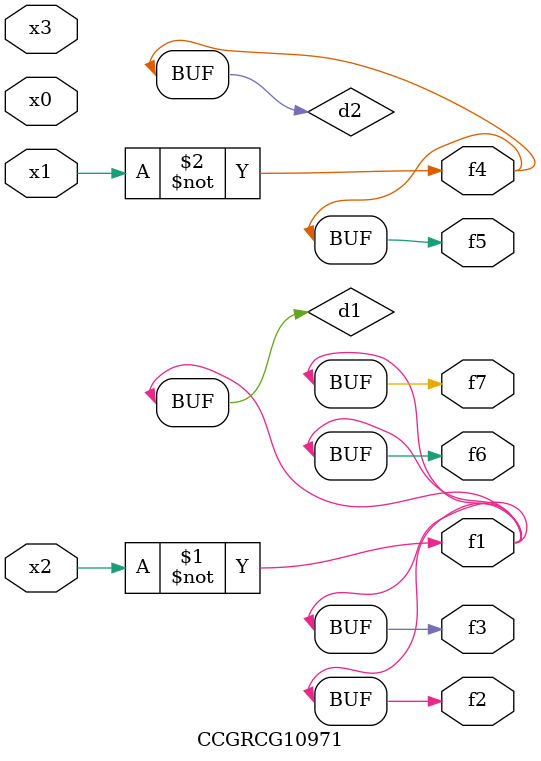
<source format=v>
module CCGRCG10971(
	input x0, x1, x2, x3,
	output f1, f2, f3, f4, f5, f6, f7
);

	wire d1, d2;

	xnor (d1, x2);
	not (d2, x1);
	assign f1 = d1;
	assign f2 = d1;
	assign f3 = d1;
	assign f4 = d2;
	assign f5 = d2;
	assign f6 = d1;
	assign f7 = d1;
endmodule

</source>
